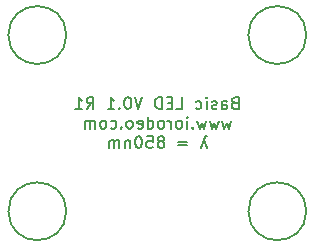
<source format=gbr>
%TF.GenerationSoftware,KiCad,Pcbnew,5.1.7-a382d34a8~87~ubuntu18.04.1*%
%TF.CreationDate,2023-06-06T11:36:01-07:00*%
%TF.ProjectId,basic_led,62617369-635f-46c6-9564-2e6b69636164,rev?*%
%TF.SameCoordinates,Original*%
%TF.FileFunction,Legend,Bot*%
%TF.FilePolarity,Positive*%
%FSLAX46Y46*%
G04 Gerber Fmt 4.6, Leading zero omitted, Abs format (unit mm)*
G04 Created by KiCad (PCBNEW 5.1.7-a382d34a8~87~ubuntu18.04.1) date 2023-06-06 11:36:01*
%MOMM*%
%LPD*%
G01*
G04 APERTURE LIST*
%ADD10C,0.150000*%
G04 APERTURE END LIST*
D10*
X69247619Y-58278571D02*
X69104761Y-58326190D01*
X69057142Y-58373809D01*
X69009523Y-58469047D01*
X69009523Y-58611904D01*
X69057142Y-58707142D01*
X69104761Y-58754761D01*
X69200000Y-58802380D01*
X69580952Y-58802380D01*
X69580952Y-57802380D01*
X69247619Y-57802380D01*
X69152380Y-57850000D01*
X69104761Y-57897619D01*
X69057142Y-57992857D01*
X69057142Y-58088095D01*
X69104761Y-58183333D01*
X69152380Y-58230952D01*
X69247619Y-58278571D01*
X69580952Y-58278571D01*
X68152380Y-58802380D02*
X68152380Y-58278571D01*
X68200000Y-58183333D01*
X68295238Y-58135714D01*
X68485714Y-58135714D01*
X68580952Y-58183333D01*
X68152380Y-58754761D02*
X68247619Y-58802380D01*
X68485714Y-58802380D01*
X68580952Y-58754761D01*
X68628571Y-58659523D01*
X68628571Y-58564285D01*
X68580952Y-58469047D01*
X68485714Y-58421428D01*
X68247619Y-58421428D01*
X68152380Y-58373809D01*
X67723809Y-58754761D02*
X67628571Y-58802380D01*
X67438095Y-58802380D01*
X67342857Y-58754761D01*
X67295238Y-58659523D01*
X67295238Y-58611904D01*
X67342857Y-58516666D01*
X67438095Y-58469047D01*
X67580952Y-58469047D01*
X67676190Y-58421428D01*
X67723809Y-58326190D01*
X67723809Y-58278571D01*
X67676190Y-58183333D01*
X67580952Y-58135714D01*
X67438095Y-58135714D01*
X67342857Y-58183333D01*
X66866666Y-58802380D02*
X66866666Y-58135714D01*
X66866666Y-57802380D02*
X66914285Y-57850000D01*
X66866666Y-57897619D01*
X66819047Y-57850000D01*
X66866666Y-57802380D01*
X66866666Y-57897619D01*
X65961904Y-58754761D02*
X66057142Y-58802380D01*
X66247619Y-58802380D01*
X66342857Y-58754761D01*
X66390476Y-58707142D01*
X66438095Y-58611904D01*
X66438095Y-58326190D01*
X66390476Y-58230952D01*
X66342857Y-58183333D01*
X66247619Y-58135714D01*
X66057142Y-58135714D01*
X65961904Y-58183333D01*
X64295238Y-58802380D02*
X64771428Y-58802380D01*
X64771428Y-57802380D01*
X63961904Y-58278571D02*
X63628571Y-58278571D01*
X63485714Y-58802380D02*
X63961904Y-58802380D01*
X63961904Y-57802380D01*
X63485714Y-57802380D01*
X63057142Y-58802380D02*
X63057142Y-57802380D01*
X62819047Y-57802380D01*
X62676190Y-57850000D01*
X62580952Y-57945238D01*
X62533333Y-58040476D01*
X62485714Y-58230952D01*
X62485714Y-58373809D01*
X62533333Y-58564285D01*
X62580952Y-58659523D01*
X62676190Y-58754761D01*
X62819047Y-58802380D01*
X63057142Y-58802380D01*
X61438095Y-57802380D02*
X61104761Y-58802380D01*
X60771428Y-57802380D01*
X60247619Y-57802380D02*
X60152380Y-57802380D01*
X60057142Y-57850000D01*
X60009523Y-57897619D01*
X59961904Y-57992857D01*
X59914285Y-58183333D01*
X59914285Y-58421428D01*
X59961904Y-58611904D01*
X60009523Y-58707142D01*
X60057142Y-58754761D01*
X60152380Y-58802380D01*
X60247619Y-58802380D01*
X60342857Y-58754761D01*
X60390476Y-58707142D01*
X60438095Y-58611904D01*
X60485714Y-58421428D01*
X60485714Y-58183333D01*
X60438095Y-57992857D01*
X60390476Y-57897619D01*
X60342857Y-57850000D01*
X60247619Y-57802380D01*
X59485714Y-58707142D02*
X59438095Y-58754761D01*
X59485714Y-58802380D01*
X59533333Y-58754761D01*
X59485714Y-58707142D01*
X59485714Y-58802380D01*
X58485714Y-58802380D02*
X59057142Y-58802380D01*
X58771428Y-58802380D02*
X58771428Y-57802380D01*
X58866666Y-57945238D01*
X58961904Y-58040476D01*
X59057142Y-58088095D01*
X56723809Y-58802380D02*
X57057142Y-58326190D01*
X57295238Y-58802380D02*
X57295238Y-57802380D01*
X56914285Y-57802380D01*
X56819047Y-57850000D01*
X56771428Y-57897619D01*
X56723809Y-57992857D01*
X56723809Y-58135714D01*
X56771428Y-58230952D01*
X56819047Y-58278571D01*
X56914285Y-58326190D01*
X57295238Y-58326190D01*
X55771428Y-58802380D02*
X56342857Y-58802380D01*
X56057142Y-58802380D02*
X56057142Y-57802380D01*
X56152380Y-57945238D01*
X56247619Y-58040476D01*
X56342857Y-58088095D01*
X68938095Y-59785714D02*
X68747619Y-60452380D01*
X68557142Y-59976190D01*
X68366666Y-60452380D01*
X68176190Y-59785714D01*
X67890476Y-59785714D02*
X67700000Y-60452380D01*
X67509523Y-59976190D01*
X67319047Y-60452380D01*
X67128571Y-59785714D01*
X66842857Y-59785714D02*
X66652380Y-60452380D01*
X66461904Y-59976190D01*
X66271428Y-60452380D01*
X66080952Y-59785714D01*
X65700000Y-60357142D02*
X65652380Y-60404761D01*
X65700000Y-60452380D01*
X65747619Y-60404761D01*
X65700000Y-60357142D01*
X65700000Y-60452380D01*
X65223809Y-60452380D02*
X65223809Y-59785714D01*
X65223809Y-59452380D02*
X65271428Y-59500000D01*
X65223809Y-59547619D01*
X65176190Y-59500000D01*
X65223809Y-59452380D01*
X65223809Y-59547619D01*
X64604761Y-60452380D02*
X64700000Y-60404761D01*
X64747619Y-60357142D01*
X64795238Y-60261904D01*
X64795238Y-59976190D01*
X64747619Y-59880952D01*
X64700000Y-59833333D01*
X64604761Y-59785714D01*
X64461904Y-59785714D01*
X64366666Y-59833333D01*
X64319047Y-59880952D01*
X64271428Y-59976190D01*
X64271428Y-60261904D01*
X64319047Y-60357142D01*
X64366666Y-60404761D01*
X64461904Y-60452380D01*
X64604761Y-60452380D01*
X63842857Y-60452380D02*
X63842857Y-59785714D01*
X63842857Y-59976190D02*
X63795238Y-59880952D01*
X63747619Y-59833333D01*
X63652380Y-59785714D01*
X63557142Y-59785714D01*
X63080952Y-60452380D02*
X63176190Y-60404761D01*
X63223809Y-60357142D01*
X63271428Y-60261904D01*
X63271428Y-59976190D01*
X63223809Y-59880952D01*
X63176190Y-59833333D01*
X63080952Y-59785714D01*
X62938095Y-59785714D01*
X62842857Y-59833333D01*
X62795238Y-59880952D01*
X62747619Y-59976190D01*
X62747619Y-60261904D01*
X62795238Y-60357142D01*
X62842857Y-60404761D01*
X62938095Y-60452380D01*
X63080952Y-60452380D01*
X61890476Y-60452380D02*
X61890476Y-59452380D01*
X61890476Y-60404761D02*
X61985714Y-60452380D01*
X62176190Y-60452380D01*
X62271428Y-60404761D01*
X62319047Y-60357142D01*
X62366666Y-60261904D01*
X62366666Y-59976190D01*
X62319047Y-59880952D01*
X62271428Y-59833333D01*
X62176190Y-59785714D01*
X61985714Y-59785714D01*
X61890476Y-59833333D01*
X61033333Y-60404761D02*
X61128571Y-60452380D01*
X61319047Y-60452380D01*
X61414285Y-60404761D01*
X61461904Y-60309523D01*
X61461904Y-59928571D01*
X61414285Y-59833333D01*
X61319047Y-59785714D01*
X61128571Y-59785714D01*
X61033333Y-59833333D01*
X60985714Y-59928571D01*
X60985714Y-60023809D01*
X61461904Y-60119047D01*
X60414285Y-60452380D02*
X60509523Y-60404761D01*
X60557142Y-60357142D01*
X60604761Y-60261904D01*
X60604761Y-59976190D01*
X60557142Y-59880952D01*
X60509523Y-59833333D01*
X60414285Y-59785714D01*
X60271428Y-59785714D01*
X60176190Y-59833333D01*
X60128571Y-59880952D01*
X60080952Y-59976190D01*
X60080952Y-60261904D01*
X60128571Y-60357142D01*
X60176190Y-60404761D01*
X60271428Y-60452380D01*
X60414285Y-60452380D01*
X59652380Y-60357142D02*
X59604761Y-60404761D01*
X59652380Y-60452380D01*
X59700000Y-60404761D01*
X59652380Y-60357142D01*
X59652380Y-60452380D01*
X58747619Y-60404761D02*
X58842857Y-60452380D01*
X59033333Y-60452380D01*
X59128571Y-60404761D01*
X59176190Y-60357142D01*
X59223809Y-60261904D01*
X59223809Y-59976190D01*
X59176190Y-59880952D01*
X59128571Y-59833333D01*
X59033333Y-59785714D01*
X58842857Y-59785714D01*
X58747619Y-59833333D01*
X58176190Y-60452380D02*
X58271428Y-60404761D01*
X58319047Y-60357142D01*
X58366666Y-60261904D01*
X58366666Y-59976190D01*
X58319047Y-59880952D01*
X58271428Y-59833333D01*
X58176190Y-59785714D01*
X58033333Y-59785714D01*
X57938095Y-59833333D01*
X57890476Y-59880952D01*
X57842857Y-59976190D01*
X57842857Y-60261904D01*
X57890476Y-60357142D01*
X57938095Y-60404761D01*
X58033333Y-60452380D01*
X58176190Y-60452380D01*
X57414285Y-60452380D02*
X57414285Y-59785714D01*
X57414285Y-59880952D02*
X57366666Y-59833333D01*
X57271428Y-59785714D01*
X57128571Y-59785714D01*
X57033333Y-59833333D01*
X56985714Y-59928571D01*
X56985714Y-60452380D01*
X56985714Y-59928571D02*
X56938095Y-59833333D01*
X56842857Y-59785714D01*
X56700000Y-59785714D01*
X56604761Y-59833333D01*
X56557142Y-59928571D01*
X56557142Y-60452380D01*
X66628571Y-61435714D02*
X66866666Y-62102380D01*
X66866666Y-61102380D02*
X66771428Y-61102380D01*
X66723809Y-61150000D01*
X66628571Y-61435714D01*
X66390476Y-62102380D01*
X65247619Y-61578571D02*
X64485714Y-61578571D01*
X64485714Y-61864285D02*
X65247619Y-61864285D01*
X63104761Y-61530952D02*
X63200000Y-61483333D01*
X63247619Y-61435714D01*
X63295238Y-61340476D01*
X63295238Y-61292857D01*
X63247619Y-61197619D01*
X63200000Y-61150000D01*
X63104761Y-61102380D01*
X62914285Y-61102380D01*
X62819047Y-61150000D01*
X62771428Y-61197619D01*
X62723809Y-61292857D01*
X62723809Y-61340476D01*
X62771428Y-61435714D01*
X62819047Y-61483333D01*
X62914285Y-61530952D01*
X63104761Y-61530952D01*
X63200000Y-61578571D01*
X63247619Y-61626190D01*
X63295238Y-61721428D01*
X63295238Y-61911904D01*
X63247619Y-62007142D01*
X63200000Y-62054761D01*
X63104761Y-62102380D01*
X62914285Y-62102380D01*
X62819047Y-62054761D01*
X62771428Y-62007142D01*
X62723809Y-61911904D01*
X62723809Y-61721428D01*
X62771428Y-61626190D01*
X62819047Y-61578571D01*
X62914285Y-61530952D01*
X61819047Y-61102380D02*
X62295238Y-61102380D01*
X62342857Y-61578571D01*
X62295238Y-61530952D01*
X62200000Y-61483333D01*
X61961904Y-61483333D01*
X61866666Y-61530952D01*
X61819047Y-61578571D01*
X61771428Y-61673809D01*
X61771428Y-61911904D01*
X61819047Y-62007142D01*
X61866666Y-62054761D01*
X61961904Y-62102380D01*
X62200000Y-62102380D01*
X62295238Y-62054761D01*
X62342857Y-62007142D01*
X61152380Y-61102380D02*
X61057142Y-61102380D01*
X60961904Y-61150000D01*
X60914285Y-61197619D01*
X60866666Y-61292857D01*
X60819047Y-61483333D01*
X60819047Y-61721428D01*
X60866666Y-61911904D01*
X60914285Y-62007142D01*
X60961904Y-62054761D01*
X61057142Y-62102380D01*
X61152380Y-62102380D01*
X61247619Y-62054761D01*
X61295238Y-62007142D01*
X61342857Y-61911904D01*
X61390476Y-61721428D01*
X61390476Y-61483333D01*
X61342857Y-61292857D01*
X61295238Y-61197619D01*
X61247619Y-61150000D01*
X61152380Y-61102380D01*
X60390476Y-61435714D02*
X60390476Y-62102380D01*
X60390476Y-61530952D02*
X60342857Y-61483333D01*
X60247619Y-61435714D01*
X60104761Y-61435714D01*
X60009523Y-61483333D01*
X59961904Y-61578571D01*
X59961904Y-62102380D01*
X59485714Y-62102380D02*
X59485714Y-61435714D01*
X59485714Y-61530952D02*
X59438095Y-61483333D01*
X59342857Y-61435714D01*
X59200000Y-61435714D01*
X59104761Y-61483333D01*
X59057142Y-61578571D01*
X59057142Y-62102380D01*
X59057142Y-61578571D02*
X59009523Y-61483333D01*
X58914285Y-61435714D01*
X58771428Y-61435714D01*
X58676190Y-61483333D01*
X58628571Y-61578571D01*
X58628571Y-62102380D01*
%TO.C,M4*%
X54990000Y-67460000D02*
G75*
G03*
X54990000Y-67460000I-2450000J0D01*
G01*
%TO.C,M3*%
X75310000Y-67460000D02*
G75*
G03*
X75310000Y-67460000I-2450000J0D01*
G01*
%TO.C,M2*%
X75310000Y-52540000D02*
G75*
G03*
X75310000Y-52540000I-2450000J0D01*
G01*
%TO.C,M1*%
X54990000Y-52540000D02*
G75*
G03*
X54990000Y-52540000I-2450000J0D01*
G01*
%TD*%
M02*

</source>
